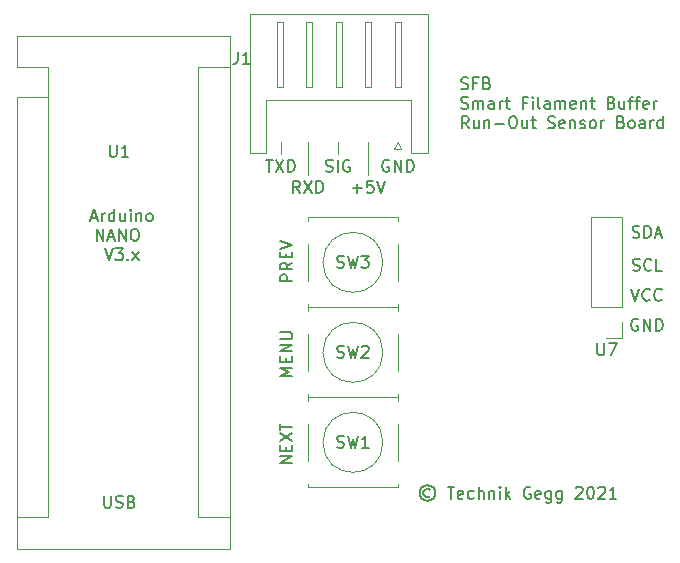
<source format=gbr>
%TF.GenerationSoftware,KiCad,Pcbnew,(5.1.2)-2*%
%TF.CreationDate,2021-07-28T17:12:53+02:00*%
%TF.ProjectId,SFB,5346422e-6b69-4636-9164-5f7063625858,1*%
%TF.SameCoordinates,Original*%
%TF.FileFunction,Legend,Top*%
%TF.FilePolarity,Positive*%
%FSLAX46Y46*%
G04 Gerber Fmt 4.6, Leading zero omitted, Abs format (unit mm)*
G04 Created by KiCad (PCBNEW (5.1.2)-2) date 2021-07-28 17:12:53*
%MOMM*%
%LPD*%
G04 APERTURE LIST*
%ADD10C,0.150000*%
%ADD11C,0.120000*%
G04 APERTURE END LIST*
D10*
X77613809Y-124912476D02*
X77518571Y-124864857D01*
X77328095Y-124864857D01*
X77232857Y-124912476D01*
X77137619Y-125007714D01*
X77090000Y-125102952D01*
X77090000Y-125293428D01*
X77137619Y-125388666D01*
X77232857Y-125483904D01*
X77328095Y-125531523D01*
X77518571Y-125531523D01*
X77613809Y-125483904D01*
X77423333Y-124531523D02*
X77185238Y-124579142D01*
X76947142Y-124722000D01*
X76804285Y-124960095D01*
X76756666Y-125198190D01*
X76804285Y-125436285D01*
X76947142Y-125674380D01*
X77185238Y-125817238D01*
X77423333Y-125864857D01*
X77661428Y-125817238D01*
X77899523Y-125674380D01*
X78042380Y-125436285D01*
X78090000Y-125198190D01*
X78042380Y-124960095D01*
X77899523Y-124722000D01*
X77661428Y-124579142D01*
X77423333Y-124531523D01*
X79137619Y-124674380D02*
X79709047Y-124674380D01*
X79423333Y-125674380D02*
X79423333Y-124674380D01*
X80423333Y-125626761D02*
X80328095Y-125674380D01*
X80137619Y-125674380D01*
X80042380Y-125626761D01*
X79994761Y-125531523D01*
X79994761Y-125150571D01*
X80042380Y-125055333D01*
X80137619Y-125007714D01*
X80328095Y-125007714D01*
X80423333Y-125055333D01*
X80470952Y-125150571D01*
X80470952Y-125245809D01*
X79994761Y-125341047D01*
X81328095Y-125626761D02*
X81232857Y-125674380D01*
X81042380Y-125674380D01*
X80947142Y-125626761D01*
X80899523Y-125579142D01*
X80851904Y-125483904D01*
X80851904Y-125198190D01*
X80899523Y-125102952D01*
X80947142Y-125055333D01*
X81042380Y-125007714D01*
X81232857Y-125007714D01*
X81328095Y-125055333D01*
X81756666Y-125674380D02*
X81756666Y-124674380D01*
X82185238Y-125674380D02*
X82185238Y-125150571D01*
X82137619Y-125055333D01*
X82042380Y-125007714D01*
X81899523Y-125007714D01*
X81804285Y-125055333D01*
X81756666Y-125102952D01*
X82661428Y-125007714D02*
X82661428Y-125674380D01*
X82661428Y-125102952D02*
X82709047Y-125055333D01*
X82804285Y-125007714D01*
X82947142Y-125007714D01*
X83042380Y-125055333D01*
X83090000Y-125150571D01*
X83090000Y-125674380D01*
X83566190Y-125674380D02*
X83566190Y-125007714D01*
X83566190Y-124674380D02*
X83518571Y-124722000D01*
X83566190Y-124769619D01*
X83613809Y-124722000D01*
X83566190Y-124674380D01*
X83566190Y-124769619D01*
X84042380Y-125674380D02*
X84042380Y-124674380D01*
X84137619Y-125293428D02*
X84423333Y-125674380D01*
X84423333Y-125007714D02*
X84042380Y-125388666D01*
X86137619Y-124722000D02*
X86042380Y-124674380D01*
X85899523Y-124674380D01*
X85756666Y-124722000D01*
X85661428Y-124817238D01*
X85613809Y-124912476D01*
X85566190Y-125102952D01*
X85566190Y-125245809D01*
X85613809Y-125436285D01*
X85661428Y-125531523D01*
X85756666Y-125626761D01*
X85899523Y-125674380D01*
X85994761Y-125674380D01*
X86137619Y-125626761D01*
X86185238Y-125579142D01*
X86185238Y-125245809D01*
X85994761Y-125245809D01*
X86994761Y-125626761D02*
X86899523Y-125674380D01*
X86709047Y-125674380D01*
X86613809Y-125626761D01*
X86566190Y-125531523D01*
X86566190Y-125150571D01*
X86613809Y-125055333D01*
X86709047Y-125007714D01*
X86899523Y-125007714D01*
X86994761Y-125055333D01*
X87042380Y-125150571D01*
X87042380Y-125245809D01*
X86566190Y-125341047D01*
X87899523Y-125007714D02*
X87899523Y-125817238D01*
X87851904Y-125912476D01*
X87804285Y-125960095D01*
X87709047Y-126007714D01*
X87566190Y-126007714D01*
X87470952Y-125960095D01*
X87899523Y-125626761D02*
X87804285Y-125674380D01*
X87613809Y-125674380D01*
X87518571Y-125626761D01*
X87470952Y-125579142D01*
X87423333Y-125483904D01*
X87423333Y-125198190D01*
X87470952Y-125102952D01*
X87518571Y-125055333D01*
X87613809Y-125007714D01*
X87804285Y-125007714D01*
X87899523Y-125055333D01*
X88804285Y-125007714D02*
X88804285Y-125817238D01*
X88756666Y-125912476D01*
X88709047Y-125960095D01*
X88613809Y-126007714D01*
X88470952Y-126007714D01*
X88375714Y-125960095D01*
X88804285Y-125626761D02*
X88709047Y-125674380D01*
X88518571Y-125674380D01*
X88423333Y-125626761D01*
X88375714Y-125579142D01*
X88328095Y-125483904D01*
X88328095Y-125198190D01*
X88375714Y-125102952D01*
X88423333Y-125055333D01*
X88518571Y-125007714D01*
X88709047Y-125007714D01*
X88804285Y-125055333D01*
X89994761Y-124769619D02*
X90042380Y-124722000D01*
X90137619Y-124674380D01*
X90375714Y-124674380D01*
X90470952Y-124722000D01*
X90518571Y-124769619D01*
X90566190Y-124864857D01*
X90566190Y-124960095D01*
X90518571Y-125102952D01*
X89947142Y-125674380D01*
X90566190Y-125674380D01*
X91185238Y-124674380D02*
X91280476Y-124674380D01*
X91375714Y-124722000D01*
X91423333Y-124769619D01*
X91470952Y-124864857D01*
X91518571Y-125055333D01*
X91518571Y-125293428D01*
X91470952Y-125483904D01*
X91423333Y-125579142D01*
X91375714Y-125626761D01*
X91280476Y-125674380D01*
X91185238Y-125674380D01*
X91090000Y-125626761D01*
X91042380Y-125579142D01*
X90994761Y-125483904D01*
X90947142Y-125293428D01*
X90947142Y-125055333D01*
X90994761Y-124864857D01*
X91042380Y-124769619D01*
X91090000Y-124722000D01*
X91185238Y-124674380D01*
X91899523Y-124769619D02*
X91947142Y-124722000D01*
X92042380Y-124674380D01*
X92280476Y-124674380D01*
X92375714Y-124722000D01*
X92423333Y-124769619D01*
X92470952Y-124864857D01*
X92470952Y-124960095D01*
X92423333Y-125102952D01*
X91851904Y-125674380D01*
X92470952Y-125674380D01*
X93423333Y-125674380D02*
X92851904Y-125674380D01*
X93137619Y-125674380D02*
X93137619Y-124674380D01*
X93042380Y-124817238D01*
X92947142Y-124912476D01*
X92851904Y-124960095D01*
D11*
X65024000Y-95504000D02*
X65024000Y-96520000D01*
X69850000Y-95504000D02*
X69850000Y-96520000D01*
X67310000Y-95504000D02*
X67310000Y-98298000D01*
X72390000Y-95504000D02*
X72390000Y-98298000D01*
D10*
X63762095Y-96988380D02*
X64333523Y-96988380D01*
X64047809Y-97988380D02*
X64047809Y-96988380D01*
X64571619Y-96988380D02*
X65238285Y-97988380D01*
X65238285Y-96988380D02*
X64571619Y-97988380D01*
X65619238Y-97988380D02*
X65619238Y-96988380D01*
X65857333Y-96988380D01*
X66000190Y-97036000D01*
X66095428Y-97131238D01*
X66143047Y-97226476D01*
X66190666Y-97416952D01*
X66190666Y-97559809D01*
X66143047Y-97750285D01*
X66095428Y-97845523D01*
X66000190Y-97940761D01*
X65857333Y-97988380D01*
X65619238Y-97988380D01*
X66643333Y-99766380D02*
X66310000Y-99290190D01*
X66071904Y-99766380D02*
X66071904Y-98766380D01*
X66452857Y-98766380D01*
X66548095Y-98814000D01*
X66595714Y-98861619D01*
X66643333Y-98956857D01*
X66643333Y-99099714D01*
X66595714Y-99194952D01*
X66548095Y-99242571D01*
X66452857Y-99290190D01*
X66071904Y-99290190D01*
X66976666Y-98766380D02*
X67643333Y-99766380D01*
X67643333Y-98766380D02*
X66976666Y-99766380D01*
X68024285Y-99766380D02*
X68024285Y-98766380D01*
X68262380Y-98766380D01*
X68405238Y-98814000D01*
X68500476Y-98909238D01*
X68548095Y-99004476D01*
X68595714Y-99194952D01*
X68595714Y-99337809D01*
X68548095Y-99528285D01*
X68500476Y-99623523D01*
X68405238Y-99718761D01*
X68262380Y-99766380D01*
X68024285Y-99766380D01*
X68826190Y-97940761D02*
X68969047Y-97988380D01*
X69207142Y-97988380D01*
X69302380Y-97940761D01*
X69350000Y-97893142D01*
X69397619Y-97797904D01*
X69397619Y-97702666D01*
X69350000Y-97607428D01*
X69302380Y-97559809D01*
X69207142Y-97512190D01*
X69016666Y-97464571D01*
X68921428Y-97416952D01*
X68873809Y-97369333D01*
X68826190Y-97274095D01*
X68826190Y-97178857D01*
X68873809Y-97083619D01*
X68921428Y-97036000D01*
X69016666Y-96988380D01*
X69254761Y-96988380D01*
X69397619Y-97036000D01*
X69826190Y-97988380D02*
X69826190Y-96988380D01*
X70826190Y-97036000D02*
X70730952Y-96988380D01*
X70588095Y-96988380D01*
X70445238Y-97036000D01*
X70350000Y-97131238D01*
X70302380Y-97226476D01*
X70254761Y-97416952D01*
X70254761Y-97559809D01*
X70302380Y-97750285D01*
X70350000Y-97845523D01*
X70445238Y-97940761D01*
X70588095Y-97988380D01*
X70683333Y-97988380D01*
X70826190Y-97940761D01*
X70873809Y-97893142D01*
X70873809Y-97559809D01*
X70683333Y-97559809D01*
X71104285Y-99385428D02*
X71866190Y-99385428D01*
X71485238Y-99766380D02*
X71485238Y-99004476D01*
X72818571Y-98766380D02*
X72342380Y-98766380D01*
X72294761Y-99242571D01*
X72342380Y-99194952D01*
X72437619Y-99147333D01*
X72675714Y-99147333D01*
X72770952Y-99194952D01*
X72818571Y-99242571D01*
X72866190Y-99337809D01*
X72866190Y-99575904D01*
X72818571Y-99671142D01*
X72770952Y-99718761D01*
X72675714Y-99766380D01*
X72437619Y-99766380D01*
X72342380Y-99718761D01*
X72294761Y-99671142D01*
X73151904Y-98766380D02*
X73485238Y-99766380D01*
X73818571Y-98766380D01*
X74168095Y-97036000D02*
X74072857Y-96988380D01*
X73930000Y-96988380D01*
X73787142Y-97036000D01*
X73691904Y-97131238D01*
X73644285Y-97226476D01*
X73596666Y-97416952D01*
X73596666Y-97559809D01*
X73644285Y-97750285D01*
X73691904Y-97845523D01*
X73787142Y-97940761D01*
X73930000Y-97988380D01*
X74025238Y-97988380D01*
X74168095Y-97940761D01*
X74215714Y-97893142D01*
X74215714Y-97559809D01*
X74025238Y-97559809D01*
X74644285Y-97988380D02*
X74644285Y-96988380D01*
X75215714Y-97988380D01*
X75215714Y-96988380D01*
X75691904Y-97988380D02*
X75691904Y-96988380D01*
X75930000Y-96988380D01*
X76072857Y-97036000D01*
X76168095Y-97131238D01*
X76215714Y-97226476D01*
X76263333Y-97416952D01*
X76263333Y-97559809D01*
X76215714Y-97750285D01*
X76168095Y-97845523D01*
X76072857Y-97940761D01*
X75930000Y-97988380D01*
X75691904Y-97988380D01*
X48966761Y-101894666D02*
X49442952Y-101894666D01*
X48871523Y-102180380D02*
X49204857Y-101180380D01*
X49538190Y-102180380D01*
X49871523Y-102180380D02*
X49871523Y-101513714D01*
X49871523Y-101704190D02*
X49919142Y-101608952D01*
X49966761Y-101561333D01*
X50062000Y-101513714D01*
X50157238Y-101513714D01*
X50919142Y-102180380D02*
X50919142Y-101180380D01*
X50919142Y-102132761D02*
X50823904Y-102180380D01*
X50633428Y-102180380D01*
X50538190Y-102132761D01*
X50490571Y-102085142D01*
X50442952Y-101989904D01*
X50442952Y-101704190D01*
X50490571Y-101608952D01*
X50538190Y-101561333D01*
X50633428Y-101513714D01*
X50823904Y-101513714D01*
X50919142Y-101561333D01*
X51823904Y-101513714D02*
X51823904Y-102180380D01*
X51395333Y-101513714D02*
X51395333Y-102037523D01*
X51442952Y-102132761D01*
X51538190Y-102180380D01*
X51681047Y-102180380D01*
X51776285Y-102132761D01*
X51823904Y-102085142D01*
X52300095Y-102180380D02*
X52300095Y-101513714D01*
X52300095Y-101180380D02*
X52252476Y-101228000D01*
X52300095Y-101275619D01*
X52347714Y-101228000D01*
X52300095Y-101180380D01*
X52300095Y-101275619D01*
X52776285Y-101513714D02*
X52776285Y-102180380D01*
X52776285Y-101608952D02*
X52823904Y-101561333D01*
X52919142Y-101513714D01*
X53062000Y-101513714D01*
X53157238Y-101561333D01*
X53204857Y-101656571D01*
X53204857Y-102180380D01*
X53823904Y-102180380D02*
X53728666Y-102132761D01*
X53681047Y-102085142D01*
X53633428Y-101989904D01*
X53633428Y-101704190D01*
X53681047Y-101608952D01*
X53728666Y-101561333D01*
X53823904Y-101513714D01*
X53966761Y-101513714D01*
X54062000Y-101561333D01*
X54109619Y-101608952D01*
X54157238Y-101704190D01*
X54157238Y-101989904D01*
X54109619Y-102085142D01*
X54062000Y-102132761D01*
X53966761Y-102180380D01*
X53823904Y-102180380D01*
X49419142Y-103830380D02*
X49419142Y-102830380D01*
X49990571Y-103830380D01*
X49990571Y-102830380D01*
X50419142Y-103544666D02*
X50895333Y-103544666D01*
X50323904Y-103830380D02*
X50657238Y-102830380D01*
X50990571Y-103830380D01*
X51323904Y-103830380D02*
X51323904Y-102830380D01*
X51895333Y-103830380D01*
X51895333Y-102830380D01*
X52562000Y-102830380D02*
X52752476Y-102830380D01*
X52847714Y-102878000D01*
X52942952Y-102973238D01*
X52990571Y-103163714D01*
X52990571Y-103497047D01*
X52942952Y-103687523D01*
X52847714Y-103782761D01*
X52752476Y-103830380D01*
X52562000Y-103830380D01*
X52466761Y-103782761D01*
X52371523Y-103687523D01*
X52323904Y-103497047D01*
X52323904Y-103163714D01*
X52371523Y-102973238D01*
X52466761Y-102878000D01*
X52562000Y-102830380D01*
X50109619Y-104480380D02*
X50442952Y-105480380D01*
X50776285Y-104480380D01*
X51014380Y-104480380D02*
X51633428Y-104480380D01*
X51300095Y-104861333D01*
X51442952Y-104861333D01*
X51538190Y-104908952D01*
X51585809Y-104956571D01*
X51633428Y-105051809D01*
X51633428Y-105289904D01*
X51585809Y-105385142D01*
X51538190Y-105432761D01*
X51442952Y-105480380D01*
X51157238Y-105480380D01*
X51062000Y-105432761D01*
X51014380Y-105385142D01*
X52062000Y-105385142D02*
X52109619Y-105432761D01*
X52062000Y-105480380D01*
X52014380Y-105432761D01*
X52062000Y-105385142D01*
X52062000Y-105480380D01*
X52442952Y-105480380D02*
X52966761Y-104813714D01*
X52442952Y-104813714D02*
X52966761Y-105480380D01*
X50046095Y-125436380D02*
X50046095Y-126245904D01*
X50093714Y-126341142D01*
X50141333Y-126388761D01*
X50236571Y-126436380D01*
X50427047Y-126436380D01*
X50522285Y-126388761D01*
X50569904Y-126341142D01*
X50617523Y-126245904D01*
X50617523Y-125436380D01*
X51046095Y-126388761D02*
X51188952Y-126436380D01*
X51427047Y-126436380D01*
X51522285Y-126388761D01*
X51569904Y-126341142D01*
X51617523Y-126245904D01*
X51617523Y-126150666D01*
X51569904Y-126055428D01*
X51522285Y-126007809D01*
X51427047Y-125960190D01*
X51236571Y-125912571D01*
X51141333Y-125864952D01*
X51093714Y-125817333D01*
X51046095Y-125722095D01*
X51046095Y-125626857D01*
X51093714Y-125531619D01*
X51141333Y-125484000D01*
X51236571Y-125436380D01*
X51474666Y-125436380D01*
X51617523Y-125484000D01*
X52379428Y-125912571D02*
X52522285Y-125960190D01*
X52569904Y-126007809D01*
X52617523Y-126103047D01*
X52617523Y-126245904D01*
X52569904Y-126341142D01*
X52522285Y-126388761D01*
X52427047Y-126436380D01*
X52046095Y-126436380D01*
X52046095Y-125436380D01*
X52379428Y-125436380D01*
X52474666Y-125484000D01*
X52522285Y-125531619D01*
X52569904Y-125626857D01*
X52569904Y-125722095D01*
X52522285Y-125817333D01*
X52474666Y-125864952D01*
X52379428Y-125912571D01*
X52046095Y-125912571D01*
X65984380Y-122652071D02*
X64984380Y-122652071D01*
X65984380Y-122080642D01*
X64984380Y-122080642D01*
X65460571Y-121604452D02*
X65460571Y-121271119D01*
X65984380Y-121128261D02*
X65984380Y-121604452D01*
X64984380Y-121604452D01*
X64984380Y-121128261D01*
X64984380Y-120794928D02*
X65984380Y-120128261D01*
X64984380Y-120128261D02*
X65984380Y-120794928D01*
X64984380Y-119890166D02*
X64984380Y-119318738D01*
X65984380Y-119604452D02*
X64984380Y-119604452D01*
X65984380Y-115254261D02*
X64984380Y-115254261D01*
X65698666Y-114920928D01*
X64984380Y-114587595D01*
X65984380Y-114587595D01*
X65460571Y-114111404D02*
X65460571Y-113778071D01*
X65984380Y-113635214D02*
X65984380Y-114111404D01*
X64984380Y-114111404D01*
X64984380Y-113635214D01*
X65984380Y-113206642D02*
X64984380Y-113206642D01*
X65984380Y-112635214D01*
X64984380Y-112635214D01*
X64984380Y-112159023D02*
X65793904Y-112159023D01*
X65889142Y-112111404D01*
X65936761Y-112063785D01*
X65984380Y-111968547D01*
X65984380Y-111778071D01*
X65936761Y-111682833D01*
X65889142Y-111635214D01*
X65793904Y-111587595D01*
X64984380Y-111587595D01*
X65984380Y-107253309D02*
X64984380Y-107253309D01*
X64984380Y-106872357D01*
X65032000Y-106777119D01*
X65079619Y-106729500D01*
X65174857Y-106681880D01*
X65317714Y-106681880D01*
X65412952Y-106729500D01*
X65460571Y-106777119D01*
X65508190Y-106872357D01*
X65508190Y-107253309D01*
X65984380Y-105681880D02*
X65508190Y-106015214D01*
X65984380Y-106253309D02*
X64984380Y-106253309D01*
X64984380Y-105872357D01*
X65032000Y-105777119D01*
X65079619Y-105729500D01*
X65174857Y-105681880D01*
X65317714Y-105681880D01*
X65412952Y-105729500D01*
X65460571Y-105777119D01*
X65508190Y-105872357D01*
X65508190Y-106253309D01*
X65460571Y-105253309D02*
X65460571Y-104919976D01*
X65984380Y-104777119D02*
X65984380Y-105253309D01*
X64984380Y-105253309D01*
X64984380Y-104777119D01*
X64984380Y-104491404D02*
X65984380Y-104158071D01*
X64984380Y-103824738D01*
X80297976Y-90956761D02*
X80440833Y-91004380D01*
X80678928Y-91004380D01*
X80774166Y-90956761D01*
X80821785Y-90909142D01*
X80869404Y-90813904D01*
X80869404Y-90718666D01*
X80821785Y-90623428D01*
X80774166Y-90575809D01*
X80678928Y-90528190D01*
X80488452Y-90480571D01*
X80393214Y-90432952D01*
X80345595Y-90385333D01*
X80297976Y-90290095D01*
X80297976Y-90194857D01*
X80345595Y-90099619D01*
X80393214Y-90052000D01*
X80488452Y-90004380D01*
X80726547Y-90004380D01*
X80869404Y-90052000D01*
X81631309Y-90480571D02*
X81297976Y-90480571D01*
X81297976Y-91004380D02*
X81297976Y-90004380D01*
X81774166Y-90004380D01*
X82488452Y-90480571D02*
X82631309Y-90528190D01*
X82678928Y-90575809D01*
X82726547Y-90671047D01*
X82726547Y-90813904D01*
X82678928Y-90909142D01*
X82631309Y-90956761D01*
X82536071Y-91004380D01*
X82155119Y-91004380D01*
X82155119Y-90004380D01*
X82488452Y-90004380D01*
X82583690Y-90052000D01*
X82631309Y-90099619D01*
X82678928Y-90194857D01*
X82678928Y-90290095D01*
X82631309Y-90385333D01*
X82583690Y-90432952D01*
X82488452Y-90480571D01*
X82155119Y-90480571D01*
X80297976Y-92606761D02*
X80440833Y-92654380D01*
X80678928Y-92654380D01*
X80774166Y-92606761D01*
X80821785Y-92559142D01*
X80869404Y-92463904D01*
X80869404Y-92368666D01*
X80821785Y-92273428D01*
X80774166Y-92225809D01*
X80678928Y-92178190D01*
X80488452Y-92130571D01*
X80393214Y-92082952D01*
X80345595Y-92035333D01*
X80297976Y-91940095D01*
X80297976Y-91844857D01*
X80345595Y-91749619D01*
X80393214Y-91702000D01*
X80488452Y-91654380D01*
X80726547Y-91654380D01*
X80869404Y-91702000D01*
X81297976Y-92654380D02*
X81297976Y-91987714D01*
X81297976Y-92082952D02*
X81345595Y-92035333D01*
X81440833Y-91987714D01*
X81583690Y-91987714D01*
X81678928Y-92035333D01*
X81726547Y-92130571D01*
X81726547Y-92654380D01*
X81726547Y-92130571D02*
X81774166Y-92035333D01*
X81869404Y-91987714D01*
X82012261Y-91987714D01*
X82107500Y-92035333D01*
X82155119Y-92130571D01*
X82155119Y-92654380D01*
X83059880Y-92654380D02*
X83059880Y-92130571D01*
X83012261Y-92035333D01*
X82917023Y-91987714D01*
X82726547Y-91987714D01*
X82631309Y-92035333D01*
X83059880Y-92606761D02*
X82964642Y-92654380D01*
X82726547Y-92654380D01*
X82631309Y-92606761D01*
X82583690Y-92511523D01*
X82583690Y-92416285D01*
X82631309Y-92321047D01*
X82726547Y-92273428D01*
X82964642Y-92273428D01*
X83059880Y-92225809D01*
X83536071Y-92654380D02*
X83536071Y-91987714D01*
X83536071Y-92178190D02*
X83583690Y-92082952D01*
X83631309Y-92035333D01*
X83726547Y-91987714D01*
X83821785Y-91987714D01*
X84012261Y-91987714D02*
X84393214Y-91987714D01*
X84155119Y-91654380D02*
X84155119Y-92511523D01*
X84202738Y-92606761D01*
X84297976Y-92654380D01*
X84393214Y-92654380D01*
X85821785Y-92130571D02*
X85488452Y-92130571D01*
X85488452Y-92654380D02*
X85488452Y-91654380D01*
X85964642Y-91654380D01*
X86345595Y-92654380D02*
X86345595Y-91987714D01*
X86345595Y-91654380D02*
X86297976Y-91702000D01*
X86345595Y-91749619D01*
X86393214Y-91702000D01*
X86345595Y-91654380D01*
X86345595Y-91749619D01*
X86964642Y-92654380D02*
X86869404Y-92606761D01*
X86821785Y-92511523D01*
X86821785Y-91654380D01*
X87774166Y-92654380D02*
X87774166Y-92130571D01*
X87726547Y-92035333D01*
X87631309Y-91987714D01*
X87440833Y-91987714D01*
X87345595Y-92035333D01*
X87774166Y-92606761D02*
X87678928Y-92654380D01*
X87440833Y-92654380D01*
X87345595Y-92606761D01*
X87297976Y-92511523D01*
X87297976Y-92416285D01*
X87345595Y-92321047D01*
X87440833Y-92273428D01*
X87678928Y-92273428D01*
X87774166Y-92225809D01*
X88250357Y-92654380D02*
X88250357Y-91987714D01*
X88250357Y-92082952D02*
X88297976Y-92035333D01*
X88393214Y-91987714D01*
X88536071Y-91987714D01*
X88631309Y-92035333D01*
X88678928Y-92130571D01*
X88678928Y-92654380D01*
X88678928Y-92130571D02*
X88726547Y-92035333D01*
X88821785Y-91987714D01*
X88964642Y-91987714D01*
X89059880Y-92035333D01*
X89107500Y-92130571D01*
X89107500Y-92654380D01*
X89964642Y-92606761D02*
X89869404Y-92654380D01*
X89678928Y-92654380D01*
X89583690Y-92606761D01*
X89536071Y-92511523D01*
X89536071Y-92130571D01*
X89583690Y-92035333D01*
X89678928Y-91987714D01*
X89869404Y-91987714D01*
X89964642Y-92035333D01*
X90012261Y-92130571D01*
X90012261Y-92225809D01*
X89536071Y-92321047D01*
X90440833Y-91987714D02*
X90440833Y-92654380D01*
X90440833Y-92082952D02*
X90488452Y-92035333D01*
X90583690Y-91987714D01*
X90726547Y-91987714D01*
X90821785Y-92035333D01*
X90869404Y-92130571D01*
X90869404Y-92654380D01*
X91202738Y-91987714D02*
X91583690Y-91987714D01*
X91345595Y-91654380D02*
X91345595Y-92511523D01*
X91393214Y-92606761D01*
X91488452Y-92654380D01*
X91583690Y-92654380D01*
X93012261Y-92130571D02*
X93155119Y-92178190D01*
X93202738Y-92225809D01*
X93250357Y-92321047D01*
X93250357Y-92463904D01*
X93202738Y-92559142D01*
X93155119Y-92606761D01*
X93059880Y-92654380D01*
X92678928Y-92654380D01*
X92678928Y-91654380D01*
X93012261Y-91654380D01*
X93107500Y-91702000D01*
X93155119Y-91749619D01*
X93202738Y-91844857D01*
X93202738Y-91940095D01*
X93155119Y-92035333D01*
X93107500Y-92082952D01*
X93012261Y-92130571D01*
X92678928Y-92130571D01*
X94107500Y-91987714D02*
X94107500Y-92654380D01*
X93678928Y-91987714D02*
X93678928Y-92511523D01*
X93726547Y-92606761D01*
X93821785Y-92654380D01*
X93964642Y-92654380D01*
X94059880Y-92606761D01*
X94107500Y-92559142D01*
X94440833Y-91987714D02*
X94821785Y-91987714D01*
X94583690Y-92654380D02*
X94583690Y-91797238D01*
X94631309Y-91702000D01*
X94726547Y-91654380D01*
X94821785Y-91654380D01*
X95012261Y-91987714D02*
X95393214Y-91987714D01*
X95155119Y-92654380D02*
X95155119Y-91797238D01*
X95202738Y-91702000D01*
X95297976Y-91654380D01*
X95393214Y-91654380D01*
X96107500Y-92606761D02*
X96012261Y-92654380D01*
X95821785Y-92654380D01*
X95726547Y-92606761D01*
X95678928Y-92511523D01*
X95678928Y-92130571D01*
X95726547Y-92035333D01*
X95821785Y-91987714D01*
X96012261Y-91987714D01*
X96107500Y-92035333D01*
X96155119Y-92130571D01*
X96155119Y-92225809D01*
X95678928Y-92321047D01*
X96583690Y-92654380D02*
X96583690Y-91987714D01*
X96583690Y-92178190D02*
X96631309Y-92082952D01*
X96678928Y-92035333D01*
X96774166Y-91987714D01*
X96869404Y-91987714D01*
X80917023Y-94304380D02*
X80583690Y-93828190D01*
X80345595Y-94304380D02*
X80345595Y-93304380D01*
X80726547Y-93304380D01*
X80821785Y-93352000D01*
X80869404Y-93399619D01*
X80917023Y-93494857D01*
X80917023Y-93637714D01*
X80869404Y-93732952D01*
X80821785Y-93780571D01*
X80726547Y-93828190D01*
X80345595Y-93828190D01*
X81774166Y-93637714D02*
X81774166Y-94304380D01*
X81345595Y-93637714D02*
X81345595Y-94161523D01*
X81393214Y-94256761D01*
X81488452Y-94304380D01*
X81631309Y-94304380D01*
X81726547Y-94256761D01*
X81774166Y-94209142D01*
X82250357Y-93637714D02*
X82250357Y-94304380D01*
X82250357Y-93732952D02*
X82297976Y-93685333D01*
X82393214Y-93637714D01*
X82536071Y-93637714D01*
X82631309Y-93685333D01*
X82678928Y-93780571D01*
X82678928Y-94304380D01*
X83155119Y-93923428D02*
X83917023Y-93923428D01*
X84583690Y-93304380D02*
X84774166Y-93304380D01*
X84869404Y-93352000D01*
X84964642Y-93447238D01*
X85012261Y-93637714D01*
X85012261Y-93971047D01*
X84964642Y-94161523D01*
X84869404Y-94256761D01*
X84774166Y-94304380D01*
X84583690Y-94304380D01*
X84488452Y-94256761D01*
X84393214Y-94161523D01*
X84345595Y-93971047D01*
X84345595Y-93637714D01*
X84393214Y-93447238D01*
X84488452Y-93352000D01*
X84583690Y-93304380D01*
X85869404Y-93637714D02*
X85869404Y-94304380D01*
X85440833Y-93637714D02*
X85440833Y-94161523D01*
X85488452Y-94256761D01*
X85583690Y-94304380D01*
X85726547Y-94304380D01*
X85821785Y-94256761D01*
X85869404Y-94209142D01*
X86202738Y-93637714D02*
X86583690Y-93637714D01*
X86345595Y-93304380D02*
X86345595Y-94161523D01*
X86393214Y-94256761D01*
X86488452Y-94304380D01*
X86583690Y-94304380D01*
X87631309Y-94256761D02*
X87774166Y-94304380D01*
X88012261Y-94304380D01*
X88107500Y-94256761D01*
X88155119Y-94209142D01*
X88202738Y-94113904D01*
X88202738Y-94018666D01*
X88155119Y-93923428D01*
X88107500Y-93875809D01*
X88012261Y-93828190D01*
X87821785Y-93780571D01*
X87726547Y-93732952D01*
X87678928Y-93685333D01*
X87631309Y-93590095D01*
X87631309Y-93494857D01*
X87678928Y-93399619D01*
X87726547Y-93352000D01*
X87821785Y-93304380D01*
X88059880Y-93304380D01*
X88202738Y-93352000D01*
X89012261Y-94256761D02*
X88917023Y-94304380D01*
X88726547Y-94304380D01*
X88631309Y-94256761D01*
X88583690Y-94161523D01*
X88583690Y-93780571D01*
X88631309Y-93685333D01*
X88726547Y-93637714D01*
X88917023Y-93637714D01*
X89012261Y-93685333D01*
X89059880Y-93780571D01*
X89059880Y-93875809D01*
X88583690Y-93971047D01*
X89488452Y-93637714D02*
X89488452Y-94304380D01*
X89488452Y-93732952D02*
X89536071Y-93685333D01*
X89631309Y-93637714D01*
X89774166Y-93637714D01*
X89869404Y-93685333D01*
X89917023Y-93780571D01*
X89917023Y-94304380D01*
X90345595Y-94256761D02*
X90440833Y-94304380D01*
X90631309Y-94304380D01*
X90726547Y-94256761D01*
X90774166Y-94161523D01*
X90774166Y-94113904D01*
X90726547Y-94018666D01*
X90631309Y-93971047D01*
X90488452Y-93971047D01*
X90393214Y-93923428D01*
X90345595Y-93828190D01*
X90345595Y-93780571D01*
X90393214Y-93685333D01*
X90488452Y-93637714D01*
X90631309Y-93637714D01*
X90726547Y-93685333D01*
X91345595Y-94304380D02*
X91250357Y-94256761D01*
X91202738Y-94209142D01*
X91155119Y-94113904D01*
X91155119Y-93828190D01*
X91202738Y-93732952D01*
X91250357Y-93685333D01*
X91345595Y-93637714D01*
X91488452Y-93637714D01*
X91583690Y-93685333D01*
X91631309Y-93732952D01*
X91678928Y-93828190D01*
X91678928Y-94113904D01*
X91631309Y-94209142D01*
X91583690Y-94256761D01*
X91488452Y-94304380D01*
X91345595Y-94304380D01*
X92107500Y-94304380D02*
X92107500Y-93637714D01*
X92107500Y-93828190D02*
X92155119Y-93732952D01*
X92202738Y-93685333D01*
X92297976Y-93637714D01*
X92393214Y-93637714D01*
X93821785Y-93780571D02*
X93964642Y-93828190D01*
X94012261Y-93875809D01*
X94059880Y-93971047D01*
X94059880Y-94113904D01*
X94012261Y-94209142D01*
X93964642Y-94256761D01*
X93869404Y-94304380D01*
X93488452Y-94304380D01*
X93488452Y-93304380D01*
X93821785Y-93304380D01*
X93917023Y-93352000D01*
X93964642Y-93399619D01*
X94012261Y-93494857D01*
X94012261Y-93590095D01*
X93964642Y-93685333D01*
X93917023Y-93732952D01*
X93821785Y-93780571D01*
X93488452Y-93780571D01*
X94631309Y-94304380D02*
X94536071Y-94256761D01*
X94488452Y-94209142D01*
X94440833Y-94113904D01*
X94440833Y-93828190D01*
X94488452Y-93732952D01*
X94536071Y-93685333D01*
X94631309Y-93637714D01*
X94774166Y-93637714D01*
X94869404Y-93685333D01*
X94917023Y-93732952D01*
X94964642Y-93828190D01*
X94964642Y-94113904D01*
X94917023Y-94209142D01*
X94869404Y-94256761D01*
X94774166Y-94304380D01*
X94631309Y-94304380D01*
X95821785Y-94304380D02*
X95821785Y-93780571D01*
X95774166Y-93685333D01*
X95678928Y-93637714D01*
X95488452Y-93637714D01*
X95393214Y-93685333D01*
X95821785Y-94256761D02*
X95726547Y-94304380D01*
X95488452Y-94304380D01*
X95393214Y-94256761D01*
X95345595Y-94161523D01*
X95345595Y-94066285D01*
X95393214Y-93971047D01*
X95488452Y-93923428D01*
X95726547Y-93923428D01*
X95821785Y-93875809D01*
X96297976Y-94304380D02*
X96297976Y-93637714D01*
X96297976Y-93828190D02*
X96345595Y-93732952D01*
X96393214Y-93685333D01*
X96488452Y-93637714D01*
X96583690Y-93637714D01*
X97345595Y-94304380D02*
X97345595Y-93304380D01*
X97345595Y-94256761D02*
X97250357Y-94304380D01*
X97059880Y-94304380D01*
X96964642Y-94256761D01*
X96917023Y-94209142D01*
X96869404Y-94113904D01*
X96869404Y-93828190D01*
X96917023Y-93732952D01*
X96964642Y-93685333D01*
X97059880Y-93637714D01*
X97250357Y-93637714D01*
X97345595Y-93685333D01*
X94797714Y-103528761D02*
X94940571Y-103576380D01*
X95178666Y-103576380D01*
X95273904Y-103528761D01*
X95321523Y-103481142D01*
X95369142Y-103385904D01*
X95369142Y-103290666D01*
X95321523Y-103195428D01*
X95273904Y-103147809D01*
X95178666Y-103100190D01*
X94988190Y-103052571D01*
X94892952Y-103004952D01*
X94845333Y-102957333D01*
X94797714Y-102862095D01*
X94797714Y-102766857D01*
X94845333Y-102671619D01*
X94892952Y-102624000D01*
X94988190Y-102576380D01*
X95226285Y-102576380D01*
X95369142Y-102624000D01*
X95797714Y-103576380D02*
X95797714Y-102576380D01*
X96035809Y-102576380D01*
X96178666Y-102624000D01*
X96273904Y-102719238D01*
X96321523Y-102814476D01*
X96369142Y-103004952D01*
X96369142Y-103147809D01*
X96321523Y-103338285D01*
X96273904Y-103433523D01*
X96178666Y-103528761D01*
X96035809Y-103576380D01*
X95797714Y-103576380D01*
X96750095Y-103290666D02*
X97226285Y-103290666D01*
X96654857Y-103576380D02*
X96988190Y-102576380D01*
X97321523Y-103576380D01*
X94821523Y-106322761D02*
X94964380Y-106370380D01*
X95202476Y-106370380D01*
X95297714Y-106322761D01*
X95345333Y-106275142D01*
X95392952Y-106179904D01*
X95392952Y-106084666D01*
X95345333Y-105989428D01*
X95297714Y-105941809D01*
X95202476Y-105894190D01*
X95012000Y-105846571D01*
X94916761Y-105798952D01*
X94869142Y-105751333D01*
X94821523Y-105656095D01*
X94821523Y-105560857D01*
X94869142Y-105465619D01*
X94916761Y-105418000D01*
X95012000Y-105370380D01*
X95250095Y-105370380D01*
X95392952Y-105418000D01*
X96392952Y-106275142D02*
X96345333Y-106322761D01*
X96202476Y-106370380D01*
X96107238Y-106370380D01*
X95964380Y-106322761D01*
X95869142Y-106227523D01*
X95821523Y-106132285D01*
X95773904Y-105941809D01*
X95773904Y-105798952D01*
X95821523Y-105608476D01*
X95869142Y-105513238D01*
X95964380Y-105418000D01*
X96107238Y-105370380D01*
X96202476Y-105370380D01*
X96345333Y-105418000D01*
X96392952Y-105465619D01*
X97297714Y-106370380D02*
X96821523Y-106370380D01*
X96821523Y-105370380D01*
X94678666Y-107910380D02*
X95012000Y-108910380D01*
X95345333Y-107910380D01*
X96250095Y-108815142D02*
X96202476Y-108862761D01*
X96059619Y-108910380D01*
X95964380Y-108910380D01*
X95821523Y-108862761D01*
X95726285Y-108767523D01*
X95678666Y-108672285D01*
X95631047Y-108481809D01*
X95631047Y-108338952D01*
X95678666Y-108148476D01*
X95726285Y-108053238D01*
X95821523Y-107958000D01*
X95964380Y-107910380D01*
X96059619Y-107910380D01*
X96202476Y-107958000D01*
X96250095Y-108005619D01*
X97250095Y-108815142D02*
X97202476Y-108862761D01*
X97059619Y-108910380D01*
X96964380Y-108910380D01*
X96821523Y-108862761D01*
X96726285Y-108767523D01*
X96678666Y-108672285D01*
X96631047Y-108481809D01*
X96631047Y-108338952D01*
X96678666Y-108148476D01*
X96726285Y-108053238D01*
X96821523Y-107958000D01*
X96964380Y-107910380D01*
X97059619Y-107910380D01*
X97202476Y-107958000D01*
X97250095Y-108005619D01*
X95250095Y-110498000D02*
X95154857Y-110450380D01*
X95012000Y-110450380D01*
X94869142Y-110498000D01*
X94773904Y-110593238D01*
X94726285Y-110688476D01*
X94678666Y-110878952D01*
X94678666Y-111021809D01*
X94726285Y-111212285D01*
X94773904Y-111307523D01*
X94869142Y-111402761D01*
X95012000Y-111450380D01*
X95107238Y-111450380D01*
X95250095Y-111402761D01*
X95297714Y-111355142D01*
X95297714Y-111021809D01*
X95107238Y-111021809D01*
X95726285Y-111450380D02*
X95726285Y-110450380D01*
X96297714Y-111450380D01*
X96297714Y-110450380D01*
X96773904Y-111450380D02*
X96773904Y-110450380D01*
X97012000Y-110450380D01*
X97154857Y-110498000D01*
X97250095Y-110593238D01*
X97297714Y-110688476D01*
X97345333Y-110878952D01*
X97345333Y-111021809D01*
X97297714Y-111212285D01*
X97250095Y-111307523D01*
X97154857Y-111402761D01*
X97012000Y-111450380D01*
X96773904Y-111450380D01*
D11*
X60709000Y-86484000D02*
X42669000Y-86484000D01*
X60709000Y-129924000D02*
X60709000Y-86484000D01*
X42669000Y-129924000D02*
X60709000Y-129924000D01*
X45339000Y-127254000D02*
X42669000Y-127254000D01*
X45339000Y-91694000D02*
X45339000Y-127254000D01*
X45339000Y-91694000D02*
X42669000Y-91694000D01*
X58039000Y-127254000D02*
X60709000Y-127254000D01*
X58039000Y-89154000D02*
X58039000Y-127254000D01*
X58039000Y-89154000D02*
X60709000Y-89154000D01*
X42669000Y-86484000D02*
X42669000Y-89154000D01*
X42669000Y-91694000D02*
X42669000Y-129924000D01*
X45339000Y-89154000D02*
X42669000Y-89154000D01*
X45339000Y-91694000D02*
X45339000Y-89154000D01*
X93913000Y-112074000D02*
X92583000Y-112074000D01*
X93913000Y-110744000D02*
X93913000Y-112074000D01*
X93913000Y-109474000D02*
X91253000Y-109474000D01*
X91253000Y-109474000D02*
X91253000Y-101794000D01*
X93913000Y-109474000D02*
X93913000Y-101794000D01*
X93913000Y-101794000D02*
X91253000Y-101794000D01*
X73660000Y-113284000D02*
G75*
G03X73660000Y-113284000I-2540000J0D01*
G01*
X67310000Y-116794000D02*
X67310000Y-117094000D01*
X74930000Y-116794000D02*
X74930000Y-117094000D01*
X67310000Y-111714000D02*
X67310000Y-114854000D01*
X74930000Y-111714000D02*
X74930000Y-114854000D01*
X67310000Y-109474000D02*
X67310000Y-109774000D01*
X74930000Y-117094000D02*
X67310000Y-117094000D01*
X74930000Y-109474000D02*
X74930000Y-109774000D01*
X67310000Y-109474000D02*
X74930000Y-109474000D01*
X73660000Y-120904000D02*
G75*
G03X73660000Y-120904000I-2540000J0D01*
G01*
X67310000Y-124414000D02*
X67310000Y-124714000D01*
X74930000Y-124414000D02*
X74930000Y-124714000D01*
X67310000Y-119334000D02*
X67310000Y-122474000D01*
X74930000Y-119334000D02*
X74930000Y-122474000D01*
X67310000Y-117094000D02*
X67310000Y-117394000D01*
X74930000Y-124714000D02*
X67310000Y-124714000D01*
X74930000Y-117094000D02*
X74930000Y-117394000D01*
X67310000Y-117094000D02*
X74930000Y-117094000D01*
X74630000Y-96080000D02*
X74930000Y-95480000D01*
X75230000Y-96080000D02*
X74630000Y-96080000D01*
X74930000Y-95480000D02*
X75230000Y-96080000D01*
X64680000Y-90780000D02*
X65180000Y-90780000D01*
X64680000Y-85280000D02*
X64680000Y-90780000D01*
X65180000Y-85280000D02*
X64680000Y-85280000D01*
X65180000Y-90780000D02*
X65180000Y-85280000D01*
X67180000Y-90780000D02*
X67680000Y-90780000D01*
X67180000Y-85280000D02*
X67180000Y-90780000D01*
X67680000Y-85280000D02*
X67180000Y-85280000D01*
X67680000Y-90780000D02*
X67680000Y-85280000D01*
X69680000Y-90780000D02*
X70180000Y-90780000D01*
X69680000Y-85280000D02*
X69680000Y-90780000D01*
X70180000Y-85280000D02*
X69680000Y-85280000D01*
X70180000Y-90780000D02*
X70180000Y-85280000D01*
X72180000Y-90780000D02*
X72680000Y-90780000D01*
X72180000Y-85280000D02*
X72180000Y-90780000D01*
X72680000Y-85280000D02*
X72180000Y-85280000D01*
X72680000Y-90780000D02*
X72680000Y-85280000D01*
X74680000Y-90780000D02*
X75180000Y-90780000D01*
X74680000Y-85280000D02*
X74680000Y-90780000D01*
X75180000Y-85280000D02*
X74680000Y-85280000D01*
X75180000Y-90780000D02*
X75180000Y-85280000D01*
X63790000Y-91890000D02*
X69930000Y-91890000D01*
X63790000Y-96390000D02*
X63790000Y-91890000D01*
X62370000Y-96390000D02*
X63790000Y-96390000D01*
X62370000Y-84670000D02*
X62370000Y-96390000D01*
X69930000Y-84670000D02*
X62370000Y-84670000D01*
X76070000Y-91890000D02*
X69930000Y-91890000D01*
X76070000Y-96390000D02*
X76070000Y-91890000D01*
X77490000Y-96390000D02*
X76070000Y-96390000D01*
X77490000Y-84670000D02*
X77490000Y-96390000D01*
X69930000Y-84670000D02*
X77490000Y-84670000D01*
X73660000Y-105664000D02*
G75*
G03X73660000Y-105664000I-2540000J0D01*
G01*
X67310000Y-109174000D02*
X67310000Y-109474000D01*
X74930000Y-109174000D02*
X74930000Y-109474000D01*
X67310000Y-104094000D02*
X67310000Y-107234000D01*
X74930000Y-104094000D02*
X74930000Y-107234000D01*
X67310000Y-101854000D02*
X67310000Y-102154000D01*
X74930000Y-109474000D02*
X67310000Y-109474000D01*
X74930000Y-101854000D02*
X74930000Y-102154000D01*
X67310000Y-101854000D02*
X74930000Y-101854000D01*
D10*
X50546095Y-95718380D02*
X50546095Y-96527904D01*
X50593714Y-96623142D01*
X50641333Y-96670761D01*
X50736571Y-96718380D01*
X50927047Y-96718380D01*
X51022285Y-96670761D01*
X51069904Y-96623142D01*
X51117523Y-96527904D01*
X51117523Y-95718380D01*
X52117523Y-96718380D02*
X51546095Y-96718380D01*
X51831809Y-96718380D02*
X51831809Y-95718380D01*
X51736571Y-95861238D01*
X51641333Y-95956476D01*
X51546095Y-96004095D01*
X91821095Y-112526380D02*
X91821095Y-113335904D01*
X91868714Y-113431142D01*
X91916333Y-113478761D01*
X92011571Y-113526380D01*
X92202047Y-113526380D01*
X92297285Y-113478761D01*
X92344904Y-113431142D01*
X92392523Y-113335904D01*
X92392523Y-112526380D01*
X92773476Y-112526380D02*
X93440142Y-112526380D01*
X93011571Y-113526380D01*
X69786666Y-113688761D02*
X69929523Y-113736380D01*
X70167619Y-113736380D01*
X70262857Y-113688761D01*
X70310476Y-113641142D01*
X70358095Y-113545904D01*
X70358095Y-113450666D01*
X70310476Y-113355428D01*
X70262857Y-113307809D01*
X70167619Y-113260190D01*
X69977142Y-113212571D01*
X69881904Y-113164952D01*
X69834285Y-113117333D01*
X69786666Y-113022095D01*
X69786666Y-112926857D01*
X69834285Y-112831619D01*
X69881904Y-112784000D01*
X69977142Y-112736380D01*
X70215238Y-112736380D01*
X70358095Y-112784000D01*
X70691428Y-112736380D02*
X70929523Y-113736380D01*
X71120000Y-113022095D01*
X71310476Y-113736380D01*
X71548571Y-112736380D01*
X71881904Y-112831619D02*
X71929523Y-112784000D01*
X72024761Y-112736380D01*
X72262857Y-112736380D01*
X72358095Y-112784000D01*
X72405714Y-112831619D01*
X72453333Y-112926857D01*
X72453333Y-113022095D01*
X72405714Y-113164952D01*
X71834285Y-113736380D01*
X72453333Y-113736380D01*
X69786666Y-121308761D02*
X69929523Y-121356380D01*
X70167619Y-121356380D01*
X70262857Y-121308761D01*
X70310476Y-121261142D01*
X70358095Y-121165904D01*
X70358095Y-121070666D01*
X70310476Y-120975428D01*
X70262857Y-120927809D01*
X70167619Y-120880190D01*
X69977142Y-120832571D01*
X69881904Y-120784952D01*
X69834285Y-120737333D01*
X69786666Y-120642095D01*
X69786666Y-120546857D01*
X69834285Y-120451619D01*
X69881904Y-120404000D01*
X69977142Y-120356380D01*
X70215238Y-120356380D01*
X70358095Y-120404000D01*
X70691428Y-120356380D02*
X70929523Y-121356380D01*
X71120000Y-120642095D01*
X71310476Y-121356380D01*
X71548571Y-120356380D01*
X72453333Y-121356380D02*
X71881904Y-121356380D01*
X72167619Y-121356380D02*
X72167619Y-120356380D01*
X72072380Y-120499238D01*
X71977142Y-120594476D01*
X71881904Y-120642095D01*
X61388666Y-87844380D02*
X61388666Y-88558666D01*
X61341047Y-88701523D01*
X61245809Y-88796761D01*
X61102952Y-88844380D01*
X61007714Y-88844380D01*
X62388666Y-88844380D02*
X61817238Y-88844380D01*
X62102952Y-88844380D02*
X62102952Y-87844380D01*
X62007714Y-87987238D01*
X61912476Y-88082476D01*
X61817238Y-88130095D01*
X69786666Y-106068761D02*
X69929523Y-106116380D01*
X70167619Y-106116380D01*
X70262857Y-106068761D01*
X70310476Y-106021142D01*
X70358095Y-105925904D01*
X70358095Y-105830666D01*
X70310476Y-105735428D01*
X70262857Y-105687809D01*
X70167619Y-105640190D01*
X69977142Y-105592571D01*
X69881904Y-105544952D01*
X69834285Y-105497333D01*
X69786666Y-105402095D01*
X69786666Y-105306857D01*
X69834285Y-105211619D01*
X69881904Y-105164000D01*
X69977142Y-105116380D01*
X70215238Y-105116380D01*
X70358095Y-105164000D01*
X70691428Y-105116380D02*
X70929523Y-106116380D01*
X71120000Y-105402095D01*
X71310476Y-106116380D01*
X71548571Y-105116380D01*
X71834285Y-105116380D02*
X72453333Y-105116380D01*
X72120000Y-105497333D01*
X72262857Y-105497333D01*
X72358095Y-105544952D01*
X72405714Y-105592571D01*
X72453333Y-105687809D01*
X72453333Y-105925904D01*
X72405714Y-106021142D01*
X72358095Y-106068761D01*
X72262857Y-106116380D01*
X71977142Y-106116380D01*
X71881904Y-106068761D01*
X71834285Y-106021142D01*
M02*

</source>
